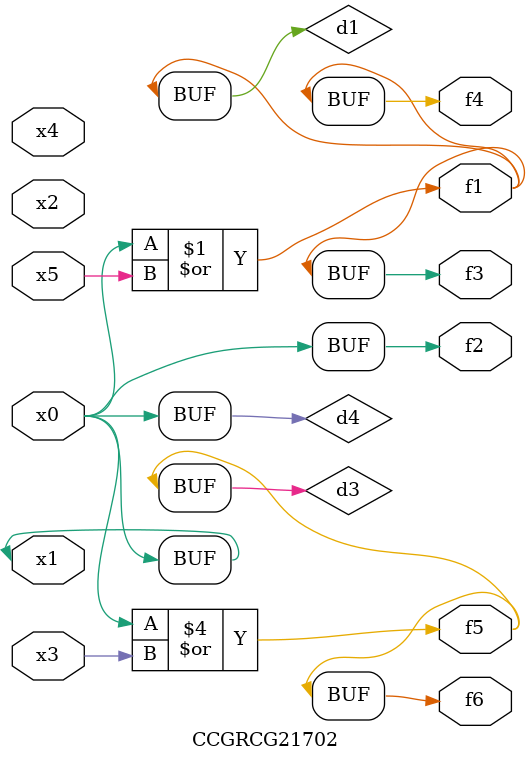
<source format=v>
module CCGRCG21702(
	input x0, x1, x2, x3, x4, x5,
	output f1, f2, f3, f4, f5, f6
);

	wire d1, d2, d3, d4;

	or (d1, x0, x5);
	xnor (d2, x1, x4);
	or (d3, x0, x3);
	buf (d4, x0, x1);
	assign f1 = d1;
	assign f2 = d4;
	assign f3 = d1;
	assign f4 = d1;
	assign f5 = d3;
	assign f6 = d3;
endmodule

</source>
